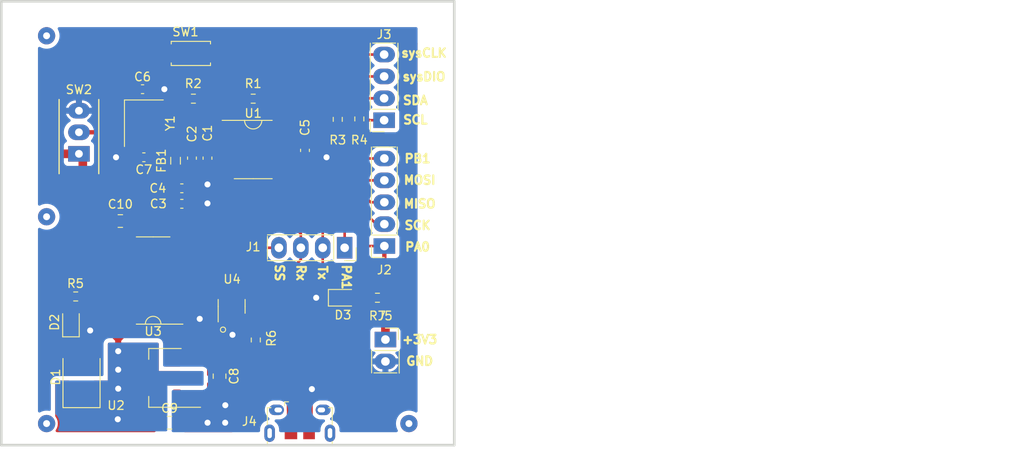
<source format=kicad_pcb>
(kicad_pcb (version 20211014) (generator pcbnew)
  (layers (0 "F.Cu" signal) (31 "B.Cu" mixed) (34 "B.Paste" user) (35 "F.Paste" user) (36 "B.SilkS" user "B.Silkscreen") (37 "F.SilkS" user "F.Silkscreen") (38 "B.Mask" user) (39 "F.Mask" user) (44 "Edge.Cuts" user))
  (net 0 "")
  (net 1 "+3.3VA")
  (net 2 "GND")
  (net 3 "+3V3")
  (net 4 "Net-(C6-Pad1)")
  (net 5 "Net-(C7-Pad1)")
  (net 6 "VCC")
  (net 7 "/NRST")
  (net 8 "Net-(D2-Pad2)")
  (net 9 "Net-(J2-Pad1)")
  (net 10 "Net-(J1-Pad1)")
  (net 11 "/TX")
  (net 12 "/RX")
  (net 13 "/SS")
  (net 14 "/SCK")
  (net 15 "/MISO")
  (net 16 "/MOSI")
  (net 17 "PB1")
  (net 18 "/I2C_SCL")
  (net 19 "/I2C_SDA")
  (net 20 "/SYS_SWDIO")
  (net 21 "/SYS_SWCLK")
  (net 22 "/USB_D-")
  (net 23 "/USB_D+")
  (net 26 "Net-(R2-Pad1)")
  (net 27 "Net-(R2-Pad2)")
  (net 36 "/CH_D+")
  (net 37 "/CH_D-")
  (net 38 "/DTR")
  (net 39 "Net-(D3-Pad2)")
  (footprint "Capacitor_SMD:C_0805_2012Metric" (layer "F.Cu") (at 142 103.9)
    (fp_text reference "C9" (at 0 -1.68) (layer "F.SilkS"))
    (fp_text value "22u")
    (pad "1" smd roundrect (at -0.95 0) (size 1 1.45) (layers "F.Cu" "F.Paste" "F.Mask") (net 3 "+3V3"))
    (pad "2" smd roundrect (at 0.95 0) (size 1 1.45) (layers "F.Cu" "F.Paste" "F.Mask") (net 2 "GND"))
  )
  (footprint "Connector_PinSocket_2.54mm:PinSocket_1x05_P2.54mm_Vertical" (layer "F.Cu") (at 166.9 83.4 180)
    (fp_text reference "J2" (at 0 -2.77) (layer "F.SilkS"))
    (fp_text value "Conn_01x05_Female")
    (pad "1" thru_hole rect (at 0 0 180) (size 2.5 1.8) (drill 1) (layers *.Cu *.Mask) (net 9 "Net-(J2-Pad1)"))
    (pad "2" thru_hole oval (at 0 2.54 180) (size 2.5 1.8) (drill 1) (layers *.Cu *.Mask) (net 14 "/SCK"))
    (pad "3" thru_hole oval (at 0 5.08 180) (size 2.5 1.8) (drill 1) (layers *.Cu *.Mask) (net 15 "/MISO"))
    (pad "4" thru_hole oval (at 0 7.62 180) (size 2.5 1.8) (drill 1) (layers *.Cu *.Mask) (net 16 "/MOSI"))
    (pad "5" thru_hole oval (at 0 10.16 180) (size 2.5 1.8) (drill 1) (layers *.Cu *.Mask) (net 17 "PB1"))
  )
  (footprint "Resistor_SMD:R_0603_1608Metric" (layer "F.Cu") (at 161.5 68.7 90)
    (fp_text reference "R3" (at -2.4 0 180) (layer "F.SilkS"))
    (fp_text value "10k")
    (pad "1" smd roundrect (at -0.9 0 90) (size 0.8 0.95) (layers "F.Cu" "F.Paste" "F.Mask") (net 3 "+3V3"))
    (pad "2" smd roundrect (at 0.9 0 90) (size 0.8 0.95) (layers "F.Cu" "F.Paste" "F.Mask") (net 19 "/I2C_SDA"))
  )
  (footprint "Capacitor_SMD:C_0603_1608Metric" (layer "F.Cu") (at 144.6 73.2 -90)
    (fp_text reference "C2" (at -2.8 0 90) (layer "F.SilkS"))
    (fp_text value "1u")
    (pad "1" smd roundrect (at -0.775 0 270) (size 0.9 0.95) (layers "F.Cu" "F.Paste" "F.Mask") (net 1 "+3.3VA"))
    (pad "2" smd roundrect (at 0.775 0 270) (size 0.9 0.95) (layers "F.Cu" "F.Paste" "F.Mask") (net 2 "GND"))
  )
  (footprint "Connector_USB:USB_Micro-B_Amphenol_10118194_Horizontal" (layer "F.Cu") (at 157.1 103.815)
    (fp_text reference "J4" (at -5.85 -0.065) (layer "F.SilkS"))
    (fp_text value "USB_B_Micro")
    (pad "" thru_hole oval (at 3.5 1.3) (size 1.2 2) (drill oval 0.5 1.15) (layers *.Cu *.Mask))
    (pad "" thru_hole oval (at 2.5 -1.4) (size 1.7 1.2) (drill oval 0.85 0.55 (offset 0.2 0)) (layers *.Cu *.Mask))
    (pad "" thru_hole oval (at -2.5 -1.4) (size 1.7 1.2) (drill oval 0.85 0.55 (offset -0.2 0)) (layers *.Cu *.Mask))
    (pad "" thru_hole oval (at -3.5 1.3) (size 1.2 2) (drill oval 0.5 1.15) (layers *.Cu *.Mask))
    (pad "1" smd rect (at -1.3 -1.4) (size 0.4 1.35) (layers "F.Cu" "F.Paste" "F.Mask") (net 6 "VCC"))
    (pad "2" smd rect (at -0.65 -1.4) (size 0.4 1.35) (layers "F.Cu" "F.Paste" "F.Mask") (net 22 "/USB_D-"))
    (pad "3" smd rect (at 0 -1.4) (size 0.4 1.35) (layers "F.Cu" "F.Paste" "F.Mask") (net 23 "/USB_D+"))
    (pad "4" smd rect (at 0.65 -1.4) (size 0.4 1.35) (layers "F.Cu" "F.Paste" "F.Mask"))
    (pad "5" smd rect (at 1.3 -1.4) (size 0.4 1.35) (layers "F.Cu" "F.Paste" "F.Mask") (net 2 "GND"))
    (pad "6" thru_hole oval (at -2.5 -1.4) (size 1.7 1.2) (drill oval 0.85 0.55 (offset -0.2 0)) (layers *.Cu *.Mask))
    (pad "6" thru_hole oval (at 2.5 -1.4) (size 1.7 1.2) (drill oval 0.85 0.55 (offset 0.2 0)) (layers *.Cu *.Mask))
    (pad "6" smd rect (at 1.075 1.2625) (size 1.35 1.475) (layers "F.Cu" "F.Paste" "F.Mask"))
    (pad "6" smd rect (at -1.025 1.2625) (size 1.45 1.475) (layers "F.Cu" "F.Paste" "F.Mask"))
    (pad "6" thru_hole oval (at 3.5 1.3) (size 0.89 1.55) (drill oval 0.5 1.15) (layers *.Cu *.Mask))
    (pad "6" thru_hole oval (at -3.5 1.3) (size 1.2 2) (drill oval 0.5 1.15) (layers *.Cu *.Mask))
  )
  (footprint "LED_SMD:LED_0805_2012Metric" (layer "F.Cu") (at 162.1 89.4)
    (fp_text reference "D3" (at 0 2) (layer "F.SilkS"))
    (fp_text value "LED")
    (pad "1" smd roundrect (at -0.9375 0) (size 0.975 1.4) (layers "F.Cu" "F.Paste" "F.Mask") (net 2 "GND"))
    (pad "2" smd roundrect (at 0.9375 0) (size 0.975 1.4) (layers "F.Cu" "F.Paste" "F.Mask") (net 39 "Net-(D3-Pad2)"))
  )
  (footprint "Button_Switch_THT:SW_CuK_OS102011MA1QN1_SPDT_Angled" (layer "F.Cu") (at 131.5 72.7 90)
    (fp_text reference "SW2" (at 7.45 0) (layer "F.SilkS"))
    (fp_text value "SW_SPDT")
    (pad "1" thru_hole rect (at 0 0 90) (size 1.8 2.5) (drill 0.9) (layers *.Cu *.Mask) (net 3 "+3V3"))
    (pad "2" thru_hole oval (at 2.5 0 90) (size 1.8 2.5) (drill 0.9) (layers *.Cu *.Mask) (net 26 "Net-(R2-Pad1)"))
    (pad "3" thru_hole oval (at 5 0 90) (size 1.8 2.5) (drill 0.9) (layers *.Cu *.Mask) (net 2 "GND"))
  )
  (footprint "Capacitor_SMD:C_0603_1608Metric" (layer "F.Cu") (at 146.4 73.2 -90)
    (fp_text reference "C1" (at -2.9 0 90) (layer "F.SilkS"))
    (fp_text value "10n")
    (pad "1" smd roundrect (at -0.775 0 270) (size 0.9 0.95) (layers "F.Cu" "F.Paste" "F.Mask") (net 1 "+3.3VA"))
    (pad "2" smd roundrect (at 0.775 0 270) (size 0.9 0.95) (layers "F.Cu" "F.Paste" "F.Mask") (net 2 "GND"))
  )
  (footprint "LED_SMD:LED_0805_2012Metric" (layer "F.Cu") (at 130.575 92.25 90)
    (fp_text reference "D2" (at 0 -1.9 90) (layer "F.SilkS"))
    (fp_text value "LED")
    (pad "1" smd roundrect (at -0.9375 0 90) (size 0.975 1.4) (layers "F.Cu" "F.Paste" "F.Mask") (net 2 "GND"))
    (pad "2" smd roundrect (at 0.9375 0 90) (size 0.975 1.4) (layers "F.Cu" "F.Paste" "F.Mask") (net 8 "Net-(D2-Pad2)"))
  )
  (footprint "Resistor_SMD:R_0603_1608Metric" (layer "F.Cu") (at 152 94.3 -90)
    (fp_text reference "R6" (at -0.2 -1.8 -270) (layer "F.SilkS"))
    (fp_text value "1k5")
    (pad "1" smd roundrect (at -0.825 0 270) (size 0.8 0.95) (layers "F.Cu" "F.Paste" "F.Mask") (net 3 "+3V3"))
    (pad "2" smd roundrect (at 0.825 0 270) (size 0.8 0.95) (layers "F.Cu" "F.Paste" "F.Mask") (net 23 "/USB_D+"))
  )
  (footprint "Button_Switch_SMD:SW_SPST_B3U-1000P" (layer "F.Cu") (at 144.25 61.05)
    (fp_text reference "SW1" (at -0.4 -2.5) (layer "F.SilkS"))
    (fp_text value "SW_Push")
    (pad "1" smd rect (at -2.1 0) (size 1 2) (layers "F.Cu" "F.Paste" "F.Mask") (net 2 "GND"))
    (pad "2" smd rect (at 2.1 0) (size 1 2) (layers "F.Cu" "F.Paste" "F.Mask") (net 7 "/NRST"))
  )
  (footprint "Connector_PinSocket_2.54mm:PinSocket_1x04_P2.54mm_Vertical" (layer "F.Cu") (at 162.3 83.6 -90)
    (fp_text reference "J1" (at -0.1 10.6 180) (layer "F.SilkS"))
    (fp_text value "Conn_01x04_Female")
    (pad "1" thru_hole rect (at 0 0 270) (size 2.5 1.8) (drill 1) (layers *.Cu *.Mask) (net 10 "Net-(J1-Pad1)"))
    (pad "2" thru_hole oval (at 0 2.54 270) (size 2.5 1.8) (drill 1) (layers *.Cu *.Mask) (net 11 "/TX"))
    (pad "3" thru_hole oval (at 0 5.08 270) (size 2.5 1.8) (drill 1) (layers *.Cu *.Mask) (net 12 "/RX"))
    (pad "4" thru_hole oval (at 0 7.62 270) (size 2.5 1.8) (drill 1) (layers *.Cu *.Mask) (net 13 "/SS"))
  )
  (footprint "Package_TO_SOT_SMD:SOT-23-6" (layer "F.Cu") (at 149.2 90.4 90)
    (fp_text reference "U4" (at 3.15 0.05 180) (layer "F.SilkS"))
    (fp_text value "USBLC6-2SC6")
    (pad "1" smd roundrect (at -1.1375 -0.95 90) (size 1.325 0.6) (layers "F.Cu" "F.Paste" "F.Mask") (net 22 "/USB_D-"))
    (pad "2" smd roundrect (at -1.1375 0 90) (size 1.325 0.6) (layers "F.Cu" "F.Paste" "F.Mask") (net 2 "GND"))
    (pad "3" smd roundrect (at -1.1375 0.95 90) (size 1.325 0.6) (layers "F.Cu" "F.Paste" "F.Mask") (net 23 "/USB_D+"))
    (pad "4" smd roundrect (at 1.1375 0.95 90) (size 1.325 0.6) (layers "F.Cu" "F.Paste" "F.Mask") (net 36 "/CH_D+"))
    (pad "5" smd roundrect (at 1.1375 0 90) (size 1.325 0.6) (layers "F.Cu" "F.Paste" "F.Mask") (net 3 "+3V3"))
    (pad "6" smd roundrect (at 1.1375 -0.95 90) (size 1.325 0.6) (layers "F.Cu" "F.Paste" "F.Mask") (net 37 "/CH_D-"))
  )
  (footprint "Crystal:Crystal_SMD_3225-4Pin_3.2x2.5mm_HandSoldering" (layer "F.Cu") (at 139.025 69.15 -90)
    (fp_text reference "Y1" (at 0 -3.05 90) (layer "F.SilkS"))
    (fp_text value "32MHz")
    (pad "1" smd roundrect (at -1.5 1.175 270) (size 1.8 1.5) (layers "F.Cu" "F.Paste" "F.Mask") (roundrect_rratio 0) (chamfer_ratio 0.3) (chamfer top_right) (net 4 "Net-(C6-Pad1)"))
    (pad "2" smd rect (at 1.4 1.175 270) (size 1.8 1.5) (layers "F.Cu" "F.Paste" "F.Mask") (net 2 "GND"))
    (pad "3" smd rect (at 1.4 -1.05 270) (size 1.8 1.5) (layers "F.Cu" "F.Paste" "F.Mask") (net 5 "Net-(C7-Pad1)"))
    (pad "4" smd rect (at -1.4 -1.05 270) (size 1.8 1.5) (layers "F.Cu" "F.Paste" "F.Mask") (net 2 "GND"))
  )
  (footprint "Inductor_SMD:L_0805_2012Metric" (layer "F.Cu") (at 142.7 73.5 -90)
    (fp_text reference "FB1" (at 0 1.65 90) (layer "F.SilkS"))
    (fp_text value "100R")
    (pad "1" smd roundrect (at -1.0625 0 270) (size 0.875 1.2) (layers "F.Cu" "F.Paste" "F.Mask") (net 1 "+3.3VA"))
    (pad "2" smd roundrect (at 1.0625 0 270) (size 0.875 1.2) (layers "F.Cu" "F.Paste" "F.Mask") (net 3 "+3V3"))
  )
  (footprint "Connector_PinSocket_2.54mm:PinSocket_1x04_P2.54mm_Vertical" (layer "F.Cu") (at 166.875 68.8 180)
    (fp_text reference "J3" (at 0 9.95) (layer "F.SilkS"))
    (fp_text value "Conn_01x04_Female")
    (pad "1" thru_hole rect (at 0 0 180) (size 2.5 1.8) (drill 1) (layers *.Cu *.Mask) (net 18 "/I2C_SCL"))
    (pad "2" thru_hole oval (at 0 2.54 180) (size 2.5 1.8) (drill 1) (layers *.Cu *.Mask) (net 19 "/I2C_SDA"))
    (pad "3" thru_hole oval (at 0 5.08 180) (size 2.5 1.8) (drill 1) (layers *.Cu *.Mask) (net 20 "/SYS_SWDIO"))
    (pad "4" thru_hole oval (at 0 7.62 180) (size 2.5 1.8) (drill 1) (layers *.Cu *.Mask) (net 21 "/SYS_SWCLK"))
  )
  (footprint "Resistor_SMD:R_0603_1608Metric" (layer "F.Cu") (at 166.1 89.4 180)
    (fp_text reference "R7" (at 0 -2.1) (layer "F.SilkS"))
    (fp_text value "1k5")
    (pad "1" smd roundrect (at -0.825 0 180) (size 0.8 0.95) (layers "F.Cu" "F.Paste" "F.Mask") (net 9 "Net-(J2-Pad1)"))
    (pad "2" smd roundrect (at 0.825 0 180) (size 0.8 0.95) (layers "F.Cu" "F.Paste" "F.Mask") (net 39 "Net-(D3-Pad2)"))
  )
  (footprint "Capacitor_SMD:C_0603_1608Metric" (layer "F.Cu") (at 139.025 73.1 180)
    (fp_text reference "C7" (at 0 -1.43) (layer "F.SilkS"))
    (fp_text value "10p")
    (pad "1" smd roundrect (at -0.775 0 180) (size 0.9 0.95) (layers "F.Cu" "F.Paste" "F.Mask") (net 5 "Net-(C7-Pad1)"))
    (pad "2" smd roundrect (at 0.775 0 180) (size 0.9 0.95) (layers "F.Cu" "F.Paste" "F.Mask") (net 2 "GND"))
  )
  (footprint "Capacitor_SMD:C_0603_1608Metric" (layer "F.Cu") (at 157.7 72.3 -90)
    (fp_text reference "C5" (at -2.65 0 90) (layer "F.SilkS"))
    (fp_text value "100n")
    (pad "1" smd roundrect (at -0.775 0 270) (size 0.9 0.95) (layers "F.Cu" "F.Paste" "F.Mask") (net 3 "+3V3"))
    (pad "2" smd roundrect (at 0.775 0 270) (size 0.9 0.95) (layers "F.Cu" "F.Paste" "F.Mask") (net 2 "GND"))
  )
  (footprint "Capacitor_SMD:C_0603_1608Metric" (layer "F.Cu") (at 143.425 76.7)
    (fp_text reference "C4" (at -2.775 0) (layer "F.SilkS"))
    (fp_text value "4.7u")
    (pad "1" smd roundrect (at -0.775 0) (size 0.9 0.95) (layers "F.Cu" "F.Paste" "F.Mask") (net 3 "+3V3"))
    (pad "2" smd roundrect (at 0.775 0) (size 0.9 0.95) (layers "F.Cu" "F.Paste" "F.Mask") (net 2 "GND"))
  )
  (footprint "Resistor_SMD:R_0603_1608Metric" (layer "F.Cu") (at 164 68.65 90)
    (fp_text reference "R4" (at -2.45 0) (layer "F.SilkS"))
    (fp_text value "10k")
    (pad "1" smd roundrect (at -0.825 0 90) (size 0.8 0.95) (layers "F.Cu" "F.Paste" "F.Mask") (net 3 "+3V3"))
    (pad "2" smd roundrect (at 0.825 0 90) (size 0.8 0.95) (layers "F.Cu" "F.Paste" "F.Mask") (net 18 "/I2C_SCL"))
  )
  (footprint "Package_TO_SOT_SMD:SOT-223-3_TabPin2" (layer "F.Cu") (at 141.5 98.7 180)
    (fp_text reference "U2" (at 5.7 -3.2) (layer "F.SilkS"))
    (fp_text value "AMS1117-3.3")
    (pad "1" smd rect locked (at -3.15 -2.3 180) (size 2 1.5) (layers "F.Cu" "F.Paste" "F.Mask") (net 2 "GND"))
    (pad "2" smd rect locked (at -3.15 0 180) (size 2 1.5) (layers "F.Cu" "F.Paste" "F.Mask") (net 3 "+3V3"))
    (pad "2" smd rect locked (at 3.15 0 180) (size 2 3.8) (layers "F.Cu" "F.Paste" "F.Mask") (net 3 "+3V3"))
    (pad "3" smd rect locked (at -3.15 2.3 180) (size 2 1.5) (layers "F.Cu" "F.Paste" "F.Mask") (net 6 "VCC"))
  )
  (footprint "Capacitor_SMD:C_0603_1608Metric" (layer "F.Cu") (at 138.875 65.2)
    (fp_text reference "C6" (at 0 -1.43) (layer "F.SilkS"))
    (fp_text value "10p")
    (pad "1" smd roundrect (at -0.775 0) (size 0.9 0.95) (layers "F.Cu" "F.Paste" "F.Mask") (net 4 "Net-(C6-Pad1)"))
    (pad "2" smd roundrect (at 0.775 0) (size 0.9 0.95) (layers "F.Cu" "F.Paste" "F.Mask") (net 2 "GND"))
  )
  (footprint "Package_SO:SOIC-16_3.9x9.9mm_P1.27mm" (layer "F.Cu") (at 140.1 87.4 180)
    (fp_text reference "U3" (at 0 -5.9) (layer "F.SilkS"))
    (fp_text value "CH340C")
    (pad "1" smd roundrect (at -2.475 -4.445 180) (size 1.95 0.6) (layers "F.Cu" "F.Paste" "F.Mask") (net 2 "GND"))
    (pad "2" smd roundrect (at -2.475 -3.175 180) (size 1.95 0.6) (layers "F.Cu" "F.Paste" "F.Mask") (net 12 "/RX"))
    (pad "3" smd roundrect (at -2.475 -1.905 180) (size 1.95 0.6) (layers "F.Cu" "F.Paste" "F.Mask") (net 11 "/TX"))
    (pad "4" smd roundrect (at -2.475 -0.635 180) (size 1.95 0.6) (layers "F.Cu" "F.Paste" "F.Mask") (net 3 "+3V3"))
    (pad "5" smd roundrect (at -2.475 0.635 180) (size 1.95 0.6) (layers "F.Cu" "F.Paste" "F.Mask") (net 36 "/CH_D+"))
    (pad "6" smd roundrect (at -2.475 1.905 180) (size 1.95 0.6) (layers "F.Cu" "F.Paste" "F.Mask") (net 37 "/CH_D-"))
    (pad "7" smd roundrect (at -2.475 3.175 180) (size 1.95 0.6) (layers "F.Cu" "F.Paste" "F.Mask"))
    (pad "8" smd roundrect (at -2.475 4.445 180) (size 1.95 0.6) (layers "F.Cu" "F.Paste" "F.Mask"))
    (pad "9" smd roundrect (at 2.475 4.445 180) (size 1.95 0.6) (layers "F.Cu" "F.Paste" "F.Mask"))
    (pad "10" smd roundrect (at 2.475 3.175 180) (size 1.95 0.6) (layers "F.Cu" "F.Paste" "F.Mask"))
    (pad "11" smd roundrect (at 2.475 1.905 180) (size 1.95 0.6) (layers "F.Cu" "F.Paste" "F.Mask"))
    (pad "12" smd roundrect (at 2.475 0.635 180) (size 1.95 0.6) (layers "F.Cu" "F.Paste" "F.Mask"))
    (pad "13" smd roundrect (at 2.475 -0.635 180) (size 1.95 0.6) (layers "F.Cu" "F.Paste" "F.Mask") (net 38 "/DTR"))
    (pad "14" smd roundrect (at 2.475 -1.905 180) (size 1.95 0.6) (layers "F.Cu" "F.Paste" "F.Mask"))
    (pad "15" smd roundrect (at 2.475 -3.175 180) (size 1.95 0.6) (layers "F.Cu" "F.Paste" "F.Mask"))
    (pad "16" smd roundrect (at 2.475 -4.445 180) (size 1.95 0.6) (layers "F.Cu" "F.Paste" "F.Mask") (net 3 "+3V3"))
  )
  (footprint "Capacitor_SMD:C_0603_1608Metric" (layer "F.Cu") (at 143.425 78.5)
    (fp_text reference "C3" (at -2.725 0) (layer "F.SilkS"))
    (fp_text value "1u")
    (pad "1" smd roundrect (at -0.775 0) (size 0.9 0.95) (layers "F.Cu" "F.Paste" "F.Mask") (net 3 "+3V3"))
    (pad "2" smd roundrect (at 0.775 0) (size 0.9 0.95) (layers "F.Cu" "F.Paste" "F.Mask") (net 2 "GND"))
  )
  (footprint "Capacitor_SMD:C_0805_2012Metric" (layer "F.Cu") (at 136.3 80.5 180)
    (fp_text reference "C10" (at 0 1.95) (layer "F.SilkS"))
    (fp_text value "47n")
    (pad "1" smd roundrect (at -0.95 0 180) (size 1 1.45) (layers "F.Cu" "F.Paste" "F.Mask") (net 7 "/NRST"))
    (pad "2" smd roundrect (at 0.95 0 180) (size 1 1.45) (layers "F.Cu" "F.Paste" "F.Mask") (net 38 "/DTR"))
  )
  (footprint "Resistor_SMD:R_0603_1608Metric" (layer "F.Cu") (at 151.7 66.3 180)
    (fp_text reference "R1" (at 0 1.75) (layer "F.SilkS"))
    (fp_text value "10k")
    (pad "1" smd roundrect (at -0.825 0 180) (size 0.8 0.95) (layers "F.Cu" "F.Paste" "F.Mask") (net 3 "+3V3"))
    (pad "2" smd roundrect (at 0.825 0 180) (size 0.8 0.95) (layers "F.Cu" "F.Paste" "F.Mask") (net 7 "/NRST"))
  )
  (footprint "Capacitor_SMD:C_0805_2012Metric" (layer "F.Cu") (at 147.8 98.5 -90)
    (fp_text reference "C8" (at 0 -1.68 -90) (layer "F.SilkS"))
    (fp_text value "22u")
    (pad "1" smd roundrect (at -0.95 0 270) (size 1 1.45) (layers "F.Cu" "F.Paste" "F.Mask") (net 6 "VCC"))
    (pad "2" smd roundrect (at 0.95 0 270) (size 1 1.45) (layers "F.Cu" "F.Paste" "F.Mask") (net 2 "GND"))
  )
  (footprint "Diode_SMD:D_SMB" (layer "F.Cu") (at 131.8 98.6 90)
    (fp_text reference "D1" (at 0 -3 90) (layer "F.SilkS"))
    (fp_text value "SMAJ5.0A")
    (pad "1" smd rect (at -2.15 0 90) (size 2.5 2.3) (layers "F.Cu" "F.Paste" "F.Mask") (net 3 "+3V3"))
    (pad "2" smd rect (at 2.15 0 90) (size 2.5 2.3) (layers "F.Cu" "F.Paste" "F.Mask") (net 2 "GND"))
  )
  (footprint "Resistor_SMD:R_0603_1608Metric" (layer "F.Cu") (at 131.125 89.25 180)
    (fp_text reference "R5" (at 0.025 1.5) (layer "F.SilkS"))
    (fp_text value "1k5")
    (pad "1" smd roundrect (at -0.825 0 180) (size 0.8 0.95) (layers "F.Cu" "F.Paste" "F.Mask") (net 3 "+3V3"))
    (pad "2" smd roundrect (at 0.825 0 180) (size 0.8 0.95) (layers "F.Cu" "F.Paste" "F.Mask") (net 8 "Net-(D2-Pad2)"))
  )
  (footprint "Connector_PinSocket_2.54mm:PinSocket_1x02_P2.54mm_Vertical" (layer "F.Cu") (at 167.025 94.25)
    (fp_text reference "J5" (at -0.025 -2.75) (layer "F.SilkS"))
    (fp_text value "Conn_01x02_Female")
    (pad "1" thru_hole rect (at 0 0) (size 2.5 1.8) (drill 1) (layers *.Cu *.Mask) (net 3 "+3V3"))
    (pad "2" thru_hole oval (at 0 2.54) (size 2.5 1.8) (drill 1) (layers *.Cu *.Mask) (net 2 "GND"))
  )
  (footprint "Resistor_SMD:R_0603_1608Metric" (layer "F.Cu") (at 144.76739 66.3)
    (fp_text reference "R2" (at -0.01739 -1.75) (layer "F.SilkS"))
    (fp_text value "1k")
    (pad "1" smd roundrect (at -0.825 0) (size 0.8 0.95) (layers "F.Cu" "F.Paste" "F.Mask") (net 26 "Net-(R2-Pad1)"))
    (pad "2" smd roundrect (at 0.825 0) (size 0.8 0.95) (layers "F.Cu" "F.Paste" "F.Mask") (net 27 "Net-(R2-Pad2)"))
  )
  (footprint "Package_SO:TSSOP-20_4.4x6.5mm_P0.65mm" (layer "F.Cu") (at 151.7 72.2)
    (fp_text reference "U1" (at 0 -4.2) (layer "F.SilkS"))
    (fp_text value "STM32F030F4Px")
    (pad "1" smd roundrect (at -2.8625 -2.925) (size 1.475 0.4) (layers "F.Cu" "F.Paste" "F.Mask") (roundrect_rratio 0.2) (chamfer_ratio 0.5) (chamfer top_left) (net 27 "Net-(R2-Pad2)"))
    (pad "2" smd roundrect (at -2.8625 -2.275) (size 1.475 0.4) (layers "F.Cu" "F.Paste" "F.Mask") (net 4 "Net-(C6-Pad1)"))
    (pad "3" smd roundrect (at -2.8625 -1.625) (size 1.475 0.4) (layers "F.Cu" "F.Paste" "F.Mask") (net 5 "Net-(C7-Pad1)"))
    (pad "4" smd roundrect (at -2.8625 -0.975) (size 1.475 0.4) (layers "F.Cu" "F.Paste" "F.Mask") (net 7 "/NRST"))
    (pad "5" smd roundrect (at -2.8625 -0.325) (size 1.475 0.4) (layers "F.Cu" "F.Paste" "F.Mask") (net 1 "+3.3VA"))
    (pad "6" smd roundrect (at -2.8625 0.325) (size 1.475 0.4) (layers "F.Cu" "F.Paste" "F.Mask") (net 9 "Net-(J2-Pad1)"))
    (pad "7" smd roundrect (at -2.8625 0.975) (size 1.475 0.4) (layers "F.Cu" "F.Paste" "F.Mask") (net 10 "Net-(J1-Pad1)"))
    (pad "8" smd roundrect (at -2.8625 1.625) (size 1.475 0.4) (layers "F.Cu" "F.Paste" "F.Mask") (net 11 "/TX"))
    (pad "9" smd roundrect (at -2.8625 2.275) (size 1.475 0.4) (layers "F.Cu" "F.Paste" "F.Mask") (net 12 "/RX"))
    (pad "10" smd roundrect (at -2.8625 2.925) (size 1.475 0.4) (layers "F.Cu" "F.Paste" "F.Mask") (net 13 "/SS"))
    (pad "11" smd roundrect (at 2.8625 2.925) (size 1.475 0.4) (layers "F.Cu" "F.Paste" "F.Mask") (net 14 "/SCK"))
    (pad "12" smd roundrect (at 2.8625 2.275) (size 1.475 0.4) (layers "F.Cu" "F.Paste" "F.Mask") (net 15 "/MISO"))
    (pad "13" smd roundrect (at 2.8625 1.625) (size 1.475 0.4) (layers "F.Cu" "F.Paste" "F.Mask") (net 16 "/MOSI"))
    (pad "14" smd roundrect (at 2.8625 0.975) (size 1.475 0.4) (layers "F.Cu" "F.Paste" "F.Mask") (net 17 "PB1"))
    (pad "15" smd roundrect (at 2.8625 0.325) (size 1.475 0.4) (layers "F.Cu" "F.Paste" "F.Mask") (net 2 "GND"))
    (pad "16" smd roundrect (at 2.8625 -0.325) (size 1.475 0.4) (layers "F.Cu" "F.Paste" "F.Mask") (net 3 "+3V3"))
    (pad "17" smd roundrect (at 2.8625 -0.975) (size 1.475 0.4) (layers "F.Cu" "F.Paste" "F.Mask") (net 18 "/I2C_SCL"))
    (pad "18" smd roundrect (at 2.8625 -1.625) (size 1.475 0.4) (layers "F.Cu" "F.Paste" "F.Mask") (net 19 "/I2C_SDA"))
    (pad "19" smd roundrect (at 2.8625 -2.275) (size 1.475 0.4) (layers "F.Cu" "F.Paste" "F.Mask") (net 20 "/SYS_SWDIO"))
    (pad "20" smd roundrect (at 2.8625 -2.925) (size 1.475 0.4) (layers "F.Cu" "F.Paste" "F.Mask") (net 21 "/SYS_SWCLK"))
  )
  (gr_line (start 122.5 54.999999) (end 122.5 106.5) (layer "Edge.Cuts") (width 0.3))
  (gr_line (start 175 54.999999) (end 122.5 54.999999) (layer "Edge.Cuts") (width 0.3))
  (gr_line (start 122.5 106.5) (end 175 106.5) (layer "Edge.Cuts") (width 0.3))
  (gr_line (start 175 106.5) (end 175 54.999999) (layer "Edge.Cuts") (width 0.3))
  (gr_text "(0)^(0)" (at 167 100.25) (layer "F.Cu") (effects (font (size 1.3 1.5) (thickness 0.3))))
  (gr_text "STM32\nJNBG\n" (at 160.5 95) (layer "F.Cu") (effects (font (size 1.5 1.5) (thickness 0.3) italic)))
  (gr_text "MOSI" (at 171 75.75) (layer "F.SilkS") (effects (font (size 1 1) (thickness 0.25))))
  (gr_text "SS" (at 154.75 86.5 270) (layer "F.SilkS") (effects (font (size 1 1) (thickness 0.25))))
  (gr_text "SCK" (at 170.75 81) (layer "F.SilkS") (effects (font (size 1 1) (thickness 0.25))))
  (gr_text "Tx" (at 159.75 86.5 270) (layer "F.SilkS") (effects (font (size 1 1) (thickness 0.25))))
  (gr_text "SCL" (at 170.5 68.75) (layer "F.SilkS") (effects (font (size 1 1) (thickness 0.25))))
  (gr_text "MISO" (at 171 78.5) (layer "F.SilkS") (effects (font (size 1 1) (thickness 0.25))))
  (gr_text "PA0" (at 170.75 83.5) (layer "F.SilkS") (effects (font (size 1 1) (thickness 0.25))))
  (gr_text "+3V3\n" (at 171 94.25) (layer "F.SilkS") (effects (font (size 1 1) (thickness 0.25))))
  (gr_text "sysCLK\n" (at 171.5 61) (layer "F.SilkS") (effects (font (size 1 1) (thickness 0.25))))
  (gr_text "SDA" (at 170.5 66.5) (layer "F.SilkS") (effects (font (size 1 1) (thickness 0.25))))
  (gr_text "GND\n" (at 171 96.75) (layer "F.SilkS") (effects (font (size 1 1) (thickness 0.25))))
  (gr_text "Rx" (at 157.25 86.5 270) (layer "F.SilkS") (effects (font (size 1 1) (thickness 0.25))))
  (gr_text "PA1" (at 162.5 87 270) (layer "F.SilkS") (effects (font (size 1 1) (thickness 0.25))))
  (gr_text "sysDIO" (at 171.5 63.75) (layer "F.SilkS") (effects (font (size 1 1) (thickness 0.25))))
  (gr_text "PB1" (at 170.75 73.25) (layer "F.SilkS") (effects (font (size 1 1) (thickness 0.25))))
  (via (at 127.75 104) (size 2) (drill 0.8) (layers "F.Cu" "B.Cu") (net 0))
  (via (at 169.75 104) (size 2) (drill 0.8) (layers "F.Cu" "B.Cu") (net 0))
  (via (at 127.75 80) (size 2) (drill 0.8) (layers "F.Cu" "B.Cu") (net 0))
  (via (at 127.75 59) (size 2) (drill 0.8) (layers "F.Cu" "B.Cu") (net 0))
  (segment (start 142.7 72.4375) (end 144.5875 72.4375) (width 0.5) (layer "F.Cu") (net 1))
  (segment (start 146.6 72.225) (end 146.95 71.875) (width 0.3) (layer "F.Cu") (net 1))
  (segment (start 146.95 71.875) (end 148.8375 71.875) (width 0.3) (layer "F.Cu") (net 1))
  (segment (start 144.8 72.425) (end 146.675 72.425) (width 0.3) (layer "F.Cu") (net 1))
  (segment (start 144.9875 72.4375) (end 145 72.425) (width 0.5) (layer "F.Cu") (net 1))
  (segment (start 138.25 73.1) (end 138.25 72.25) (width 0.4) (layer "F.Cu") (net 2))
  (segment (start 131.5 64.1) (end 131.5 67.7) (width 0.7) (layer "F.Cu") (net 2))
  (segment (start 161.1625 89.4) (end 159 89.4) (width 0.3) (layer "F.Cu") (net 2))
  (segment (start 146.4 73.975) (end 144.6 73.975) (width 0.5) (layer "F.Cu") (net 2))
  (segment (start 149.2 93.6) (end 149.2 91.5375) (width 0.4) (layer "F.Cu") (net 2))
  (segment (start 160.175 73.075) (end 157.2 73.075) (width 0.3) (layer "F.Cu") (net 2))
  (segment (start 144.2 76.7) (end 144.2 78.5) (width 0.4) (layer "F.Cu") (net 2))
  (segment (start 146.75 78.5) (end 146.8 78.45) (width 0.4) (layer "F.Cu") (net 2))
  (segment (start 158.5 100) (end 158.4 100.1) (width 0.3) (layer "F.Cu") (net 2))
  (segment (start 145.4505 91.9) (end 145.3 91.9) (width 0.4) (layer "F.Cu") (net 2))
  (segment (start 137.85 71.85) (end 137.85 70.65) (width 0.4) (layer "F.Cu") (net 2))
  (segment (start 156.65 72.525) (end 157.2 73.075) (width 0.3) (layer "F.Cu") (net 2))
  (segment (start 134.55 61.05) (end 131.5 64.1) (width 0.7) (layer "F.Cu") (net 2))
  (segment (start 138.25 73.1) (end 135.8 73.1) (width 0.4) (layer "F.Cu") (net 2))
  (segment (start 146.4 76.25) (end 146.4 73.975) (width 0.5) (layer "F.Cu") (net 2))
  (segment (start 154.5625 72.525) (end 156.65 72.525) (width 0.3) (layer "F.Cu") (net 2))
  (segment (start 144.6 78.5) (end 146.75 78.5) (width 0.4) (layer "F.Cu") (net 2))
  (segment (start 142.15 61.05) (end 134.55 61.05) (width 0.7) (layer "F.Cu") (net 2))
  (segment (start 139.65 67.1) (end 140.2 67.65) (width 0.4) (layer "F.Cu") (net 2))
  (segment (start 160.2 73.1) (end 160.175 73.075) (width 0.3) (layer "F.Cu") (net 2))
  (segment (start 139.65 65.2) (end 139.65 67.1) (width 0.4) (layer "F.Cu") (net 2))
  (segment (start 145.5005 91.85) (end 145.4955 91.845) (width 0.4) (layer "F.Cu") (net 2))
  (segment (start 145.5005 91.85) (end 145.4505 91.9) (width 0.4) (layer "F.Cu") (net 2))
  (segment (start 139.65 65.2) (end 141 65.2) (width 0.4) (layer "F.Cu") (net 2))
  (segment (start 138.25 72.25) (end 137.85 71.85) (width 0.4) (layer "F.Cu") (net 2))
  (segment (start 158.4 100.1) (end 158.4 102.415) (width 0.3) (layer "F.Cu") (net 2))
  (segment (start 145.4955 91.845) (end 143.275 91.845) (width 0.4) (layer "F.Cu") (net 2))
  (segment (start 149.3 93.7) (end 149.2 93.6) (width 0.4) (layer "F.Cu") (net 2))
  (via (at 149.3 93.7) (size 1.4) (drill 0.7) (layers "F.Cu" "B.Cu") (net 2))
  (via (at 148.46562 101.870923) (size 1.5) (drill 0.7) (layers "F.Cu" "B.Cu") (net 2))
  (via (at 146.4 78.45) (size 1.4) (drill 0.7) (layers "F.Cu" "B.Cu") (net 2))
  (via (at 132.8 93.2) (size 1.5) (drill 0.7) (layers "F.Cu" "B.Cu") (net 2))
  (via (at 146.40838 103.9) (size 1.5) (drill 0.7) (layers "F.Cu" "B.Cu") (net 2))
  (via (at 141.4 65.2) (size 1.4) (drill 0.7) (layers "F.Cu" "B.Cu") (net 2))
  (via (at 146.4 76.25) (size 1.4) (drill 0.7) (layers "F.Cu" "B.Cu") (net 2))
  (via (at 158.5 100) (size 1.5) (drill 0.7) (layers "F.Cu" "B.Cu") (net 2))
  (via (at 160.2 73.1) (size 1.4) (drill 0.7) (layers "F.Cu" "B.Cu") (net 2))
  (via (at 148.45 103.9) (size 1.5) (drill 0.7) (layers "F.Cu" "B.Cu") (net 2))
  (via (at 145.5005 91.85) (size 1.5) (drill 0.7) (layers "F.Cu" "B.Cu") (net 2))
  (via (at 135.8 73.1) (size 1.4) (drill 0.7) (layers "F.Cu" "B.Cu") (net 2))
  (via (at 159 89.4) (size 1.5) (drill 0.7) (layers "F.Cu" "B.Cu") (net 2))
  (segment (start 152.25 88.5) (end 155 88.5) (width 1) (layer "F.Cu") (net 3))
  (segment (start 157.2 71.525) (end 158.675 71.525) (width 0.5) (layer "F.Cu") (net 3))
  (segment (start 155 88.5) (end 158.3 91.8) (width 1) (layer "F.Cu") (net 3))
  (segment (start 170.25 69.5) (end 170.25 59.9) (width 1) (layer "F.Cu") (net 3))
  (segment (start 131.95 89.25) (end 131.95 73.15) (width 1) (layer "F.Cu") (net 3))
  (segment (start 157.6 71.525) (end 157.2 71.525) (width 0.3) (layer "F.Cu") (net 3))
  (segment (start 138.855 91.845) (end 138.325 91.845) (width 0.4) (layer "F.Cu") (net 3))
  (segment (start 149.2 87.95) (end 149.55 87.6) (width 0.7) (layer "F.Cu") (net 3))
  (segment (start 161.6 69.5) (end 161.5 69.6) (width 0.5) (layer "F.Cu") (net 3))
  (segment (start 136.05 94.25) (end 136.775 93.525) (width 0.7) (layer "F.Cu") (net 3))
  (segment (start 142.7 74.5625) (end 142.7 76.65) (width 0.5) (layer "F.Cu") (net 3))
  (segment (start 170 71.75) (end 169 70.75) (width 1) (layer "F.Cu") (net 3))
  (segment (start 129.45 72.7) (end 131.5 72.7) (width 1) (layer "F.Cu") (net 3))
  (segment (start 163.85 69.55) (end 163.8 69.5) (width 0.5) (layer "F.Cu") (net 3))
  (segment (start 139.3 80) (end 139.3 91.4) (width 0.4) (layer "F.Cu") (net 3))
  (segment (start 163.85 69.55) (end 164.15 69.55) (width 0.7) (layer "F.Cu") (net 3))
  (segment (start 156.85 71.875) (end 154.5625 71.875) (width 0.3) (layer "F.Cu") (net 3))
  (segment (start 158.675 71.525) (end 160.6 69.6) (width 0.5) (layer "F.Cu") (net 3))
  (segment (start 136.775 93.525) (end 136.775 92.695) (width 0.7) (layer "F.Cu") (net 3))
  (segment (start 149.2 89.2625) (end 149.2 87.95) (width 0.7) (layer "F.Cu") (net 3))
  (segment (start 154.5625 71.875) (end 153.075 71.875) (width 0.3) (layer "F.Cu") (net 3))
  (segment (start 167 91.8) (end 170 88.8) (width 1) (layer "F.Cu") (net 3))
  (segment (start 145.75 90.120291) (end 146.900011 91.270302) (width 0.7) (layer "F.Cu") (net 3))
  (segment (start 136.775 92.695) (end 137.625 91.845) (width 0.7) (layer "F.Cu") (net 3))
  (segment (start 139.3 91.4) (end 138.855 91.845) (width 0.4) (layer "F.Cu") (net 3))
  (segment (start 136.05 95.6) (end 136.05 94.25) (width 0.7) (layer "F.Cu") (net 3))
  (segment (start 164.15 69.55) (end 165.4 70.8) (width 0.7) (layer "F.Cu") (net 3))
  (segment (start 128.5 63.25) (end 128.5 71.75) (width 1) (layer "F.Cu") (net 3))
  (segment (start 133.85 89.25) (end 131.95 89.25) (width 0.7) (layer "F.Cu") (net 3))
  (segment (start 169 58.65) (end 133.1 58.65) (width 1) (layer "F.Cu") (net 3))
  (segment (start 157.2 71.525) (end 156.85 71.875) (width 0.3) (layer "F.Cu") (net 3))
  (segment (start 167 91.8) (end 167.025 91.825) (width 1) (layer "F.Cu") (net 3))
  (segment (start 170 88.8) (end 170 71.75) (width 1) (layer "F.Cu") (net 3))
  (segment (start 169 70.75) (end 170.25 69.5) (width 1) (layer "F.Cu") (net 3))
  (segment (start 142.65 76.7) (end 142.65 78.5) (width 0.4) (layer "F.Cu") (net 3))
  (segment (start 163.8 69.5) (end 161.6 69.5) (width 0.5) (layer "F.Cu") (net 3))
  (segment (start 170.25 59.9) (end 169 58.65) (width 1) (layer "F.Cu") (net 3))
  (segment (start 151.35 87.6) (end 152 88.25) (width 0.7) (layer "F.Cu") (net 3))
  (segment (start 146.3 93.525) (end 146.225 93.525) (width 0.5) (layer "F.Cu") (net 3))
  (segment (start 146.900011 91.270302) (end 146.900011 92.924989) (width 0.7) (layer "F.Cu") (net 3))
  (segment (start 136.05 94.25) (end 134.7 92.9) (width 0.7) (layer "F.Cu") (net 3))
  (segment (start 165.4 70.8) (end 168.8 70.8) (width 0.7) (layer "F.Cu") (net 3))
  (segment (start 160.6 69.6) (end 161.5 69.6) (width 0.5) (layer "F.Cu") (net 3))
  (segment (start 167.025 91.825) (end 167.025 94.25) (width 1) (layer "F.Cu") (net 3))
  (segment (start 143.275 88.035) (end 144.75 88.035) (width 0.6) (layer "F.Cu") (net 3))
  (segment (start 158.3 91.8) (end 167 91.8) (width 1) (layer "F.Cu") (net 3))
  (segment (start 152 88.25) (end 152 93.475) (width 0.7) (layer "F.Cu") (net 3))
  (segment (start 149.55 87.6) (end 151.35 87.6) (width 0.7) (layer "F.Cu") (net 3))
  (segment (start 153.075 71.875) (end 152.525 71.325) (width 0.3) (layer "F.Cu") (net 3))
  (segment (start 138.95 93.45) (end 138.82 93.45) (width 0.5) (layer "F.Cu") (net 3))
  (segment (start 133.1 58.65) (end 128.5 63.25) (width 1) (layer "F.Cu") (net 3))
  (segment (start 140.8 78.5) (end 139.3 80) (width 0.4) (layer "F.Cu") (net 3))
  (segment (start 131.95 73.15) (end 131.5 72.7) (width 1) (layer "F.Cu") (net 3))
  (segment (start 142.65 78.5) (end 140.8 78.5) (width 0.4) (layer "F.Cu") (net 3))
  (segment (start 134.7 90.1) (end 133.85 89.25) (width 0.7) (layer "F.Cu") (net 3))
  (segment (start 136.775 93.525) (end 146.225 93.525) (width 0.7) (layer "F.Cu") (net 3))
  (segment (start 145.75 89.035) (end 145.75 90.120291) (width 0.7) (layer "F.Cu") (net 3))
  (segment (start 146.900011 92.924989) (end 146.3 93.525) (width 0.7) (layer "F.Cu") (net 3))
  (segment (start 134.7 92.9) (end 134.7 90.1) (width 0.7) (layer "F.Cu") (net 3))
  (segment (start 144.75 88.035) (end 145.75 89.035) (width 0.7) (layer "F.Cu") (net 3))
  (segment (start 128.5 71.75) (end 129.45 72.7) (width 1) (layer "F.Cu") (net 3))
  (segment (start 152.525 71.325) (end 152.525 66.3) (width 0.3) (layer "F.Cu") (net 3))
  (via (at 136.05 97.75) (size 1.5) (drill 0.7) (layers "F.Cu" "B.Cu") (net 3))
  (via (at 136 103.5) (size 1.5) (drill 0.7) (layers "F.Cu" "B.Cu") (net 3))
  (via (at 136.05 99.95) (size 1.5) (drill 0.7) (layers "F.Cu" "B.Cu") (net 3))
  (via (at 136.05 95.6) (size 1.5) (drill 0.7) (layers "F.Cu" "B.Cu") (net 3))
  (segment (start 138.1 65.2) (end 138.1 67.4) (width 0.4) (layer "F.Cu") (net 4))
  (segment (start 147.425 69.925) (end 147.625 69.925) (width 0.3) (layer "F.Cu") (net 4))
  (segment (start 139.074511 69.099511) (end 146.599511 69.099511) (width 0.3) (layer "F.Cu") (net 4))
  (segment (start 148.8375 69.925) (end 147.625 69.925) (width 0.3) (layer "F.Cu") (net 4))
  (segment (start 146.599511 69.099511) (end 147.425 69.925) (width 0.3) (layer "F.Cu") (net 4))
  (segment (start 138.1 67.4) (end 137.85 67.65) (width 0.4) (layer "F.Cu") (net 4))
  (segment (start 137.85 67.65) (end 137.85 67.875) (width 0.3) (layer "F.Cu") (net 4))
  (segment (start 137.85 67.875) (end 139.074511 69.099511) (width 0.3) (layer "F.Cu") (net 4))
  (segment (start 148.8375 70.575) (end 140.275 70.575) (width 0.3) (layer "F.Cu") (net 5))
  (segment (start 140.2 71.9) (end 140.2 70.65) (width 0.4) (layer "F.Cu") (net 5))
  (segment (start 139.8 72.3) (end 140.2 71.9) (width 0.4) (layer "F.Cu") (net 5))
  (segment (start 139.8 73.1) (end 139.8 72.3) (width 0.4) (layer "F.Cu") (net 5))
  (segment (start 140.2 70.65) (end 140.32548 70.52452) (width 0.3) (layer "F.Cu") (net 5))
  (segment (start 140.275 70.575) (end 140.2 70.65) (width 0.3) (layer "F.Cu") (net 5))
  (segment (start 155.8 99.1) (end 155.7 99) (width 0.3) (layer "F.Cu") (net 6))
  (segment (start 155.8 102.415) (end 155.8 99.1) (width 0.3) (layer "F.Cu") (net 6))
  (segment (start 150.875 66.3) (end 150.875 62.175) (width 0.3) (layer "F.Cu") (net 7))
  (segment (start 141 74.8) (end 137.25 78.55) (width 0.3) (layer "F.Cu") (net 7))
  (segment (start 150.875 70.625) (end 150.875 66.3) (width 0.3) (layer "F.Cu") (net 7))
  (segment (start 148.8375 71.225) (end 141.975 71.225) (width 0.3) (layer "F.Cu") (net 7))
  (segment (start 149.75 61.05) (end 146.25 61.05) (width 0.3) (layer "F.Cu") (net 7))
  (segment (start 141 72.2) (end 141 74.8) (width 0.3) (layer "F.Cu") (net 7))
  (segment (start 137.25 78.55) (end 137.25 79.9) (width 0.3) (layer "F.Cu") (net 7))
  (segment (start 150.875 62.175) (end 149.75 61.05) (width 0.3) (layer "F.Cu") (net 7))
  (segment (start 150.275 71.225) (end 150.875 70.625) (width 0.3) (layer "F.Cu") (net 7))
  (segment (start 141.975 71.225) (end 141 72.2) (width 0.3) (layer "F.Cu") (net 7))
  (segment (start 148.8375 71.225) (end 150.275 71.225) (width 0.3) (layer "F.Cu") (net 7))
  (segment (start 130.3 91.0375) (end 130.575 91.3125) (width 0.4) (layer "F.Cu") (net 8))
  (segment (start 130.3 89.5) (end 130.3 91.0375) (width 0.4) (layer "F.Cu") (net 8))
  (segment (start 164.5 82.9) (end 165 83.4) (width 0.3) (layer "F.Cu") (net 9))
  (segment (start 148.8375 72.525) (end 152.025 72.525) (width 0.3) (layer "F.Cu") (net 9))
  (segment (start 152.95 73.45) (end 152.95 76.05) (width 0.3) (layer "F.Cu") (net 9))
  (segment (start 152.95 76.05) (end 155.3 78.4) (width 0.3) (layer "F.Cu") (net 9))
  (segment (start 155.3 78.4) (end 161.5 78.4) (width 0.3) (layer "F.Cu") (net 9))
  (segment (start 161.5 78.4) (end 164.5 81.4) (width 0.3) (layer "F.Cu") (net 9))
  (segment (start 152.025 72.525) (end 152.95 73.45) (width 0.3) (layer "F.Cu") (net 9))
  (segment (start 166.9 83.4) (end 166.9 89.375) (width 0.5) (layer "F.Cu") (net 9))
  (segment (start 164.5 81.4) (end 164.5 82.9) (width 0.3) (layer "F.Cu") (net 9))
  (segment (start 165 83.4) (end 166.9 83.4) (width 0.3) (layer "F.Cu") (net 9))
  (segment (start 166.9 89.375) (end 166.925 89.4) (width 0.3) (layer "F.Cu") (net 9))
  (segment (start 160.15 79.4) (end 154.4 79.4) (width 0.3) (layer "F.Cu") (net 10))
  (segment (start 152.1 74.2) (end 151.075 73.175) (width 0.3) (layer "F.Cu") (net 10))
  (segment (start 162.3 81.55) (end 160.15 79.4) (width 0.3) (layer "F.Cu") (net 10))
  (segment (start 152.1 77.1) (end 152.1 74.2) (width 0.3) (layer "F.Cu") (net 10))
  (segment (start 162.3 83.6) (end 162.3 81.55) (width 0.3) (layer "F.Cu") (net 10))
  (segment (start 151.075 73.175) (end 148.8375 73.175) (width 0.3) (layer "F.Cu") (net 10))
  (segment (start 154.4 79.4) (end 152.1 77.1) (width 0.3) (layer "F.Cu") (net 10))
  (segment (start 158.8 80.4) (end 159.76 81.36) (width 0.3) (layer "F.Cu") (net 11))
  (segment (start 159.76 83.6) (end 159.76 85.44) (width 0.3) (layer "F.Cu") (net 11))
  (segment (start 151.25 78) (end 153.65 80.4) (width 0.3) (layer "F.Cu") (net 11))
  (segment (start 153.65 80.4) (end 158.8 80.4) (width 0.3) (layer "F.Cu") (net 11))
  (segment (start 141.64785 81.9) (end 140.8 82.74785) (width 0.3) (layer "F.Cu") (net 11))
  (segment (start 150.325 73.825) (end 151.25 74.75) (width 0.3) (layer "F.Cu") (net 11))
  (segment (start 140.8 82.74785) (end 140.8 88.8) (width 0.3) (layer "F.Cu") (net 11))
  (segment (start 158.5 86.7) (end 149.5 86.7) (width 0.3) (layer "F.Cu") (net 11))
  (segment (start 143.275 89.305) (end 141.805 89.305) (width 0.3) (layer "F.Cu") (net 11))
  (segment (start 159.76 85.44) (end 158.5 86.7) (width 0.3) (layer "F.Cu") (net 11))
  (segment (start 144.7 81.9) (end 141.64785 81.9) (width 0.3) (layer "F.Cu") (net 11))
  (segment (start 159.76 81.36) (end 159.76 83.6) (width 0.3) (layer "F.Cu") (net 11))
  (segment (start 141.305 89.305) (end 142.575 89.305) (width 0.3) (layer "F.Cu") (net 11))
  (segment (start 151.25 74.75) (end 151.25 78) (width 0.3) (layer "F.Cu") (net 11))
  (segment (start 148.8375 73.825) (end 150.325 73.825) (width 0.3) (layer "F.Cu") (net 11))
  (segment (start 140.8 88.8) (end 141.305 89.305) (width 0.3) (layer "F.Cu") (net 11))
  (segment (start 149.5 86.7) (end 144.7 81.9) (width 0.3) (layer "F.Cu") (net 11))
  (segment (start 157.22 84.98) (end 157.22 83.6) (width 0.3) (layer "F.Cu") (net 12))
  (segment (start 149.9 85.8) (end 156.4 85.8) (width 0.3) (layer "F.Cu") (net 12))
  (segment (start 148.8375 74.475) (end 149.875 74.475) (width 0.3) (layer "F.Cu") (net 12))
  (segment (start 150.3 78.8) (end 152.8 81.3) (width 0.3) (layer "F.Cu") (net 12))
  (segment (start 156.55 81.3) (end 157.22 81.97) (width 0.3) (layer "F.Cu") (net 12))
  (segment (start 141 81) (end 145.1 81) (width 0.3) (layer "F.Cu") (net 12))
  (segment (start 145.1 81) (end 149.9 85.8) (width 0.3) (layer "F.Cu") (net 12))
  (segment (start 149.875 74.475) (end 150.3 74.9) (width 0.3) (layer "F.Cu") (net 12))
  (segment (start 150.3 74.9) (end 150.3 78.8) (width 0.3) (layer "F.Cu") (net 12))
  (segment (start 140.1 90) (end 140.1 81.9) (width 0.3) (layer "F.Cu") (net 12))
  (segment (start 156.4 85.8) (end 157.22 84.98) (width 0.3) (layer "F.Cu") (net 12))
  (segment (start 140.675 90.575) (end 140.1 90) (width 0.3) (layer "F.Cu") (net 12))
  (segment (start 157.22 81.97) (end 157.22 83.6) (width 0.3) (layer "F.Cu") (net 12))
  (segment (start 152.8 81.3) (end 156.55 81.3) (width 0.3) (layer "F.Cu") (net 12))
  (segment (start 140.1 81.9) (end 141 81) (width 0.3) (layer "F.Cu") (net 12))
  (segment (start 143.275 90.575) (end 140.675 90.575) (width 0.3) (layer "F.Cu") (net 12))
  (segment (start 149 79.8) (end 149 75.2875) (width 0.3) (layer "F.Cu") (net 13))
  (segment (start 149 75.2875) (end 148.8375 75.125) (width 0.3) (layer "F.Cu") (net 13))
  (segment (start 152.8 83.6) (end 149 79.8) (width 0.3) (layer "F.Cu") (net 13))
  (segment (start 154.68 83.6) (end 152.8 83.6) (width 0.3) (layer "F.Cu") (net 13))
  (segment (start 156.05 77.55) (end 154.5625 76.0625) (width 0.3) (layer "F.Cu") (net 14))
  (segment (start 162.65 77.55) (end 156.05 77.55) (width 0.3) (layer "F.Cu") (net 14))
  (segment (start 166.9 80.86) (end 165.96 80.86) (width 0.3) (layer "F.Cu") (net 14))
  (segment (start 154.5625 76.0625) (end 154.5625 75.125) (width 0.3) (layer "F.Cu") (net 14))
  (segment (start 165.96 80.86) (end 162.65 77.55) (width 0.3) (layer "F.Cu") (net 14))
  (segment (start 155.575 74.475) (end 156 74.9) (width 0.3) (layer "F.Cu") (net 15))
  (segment (start 156.45 76.55) (end 163.55 76.55) (width 0.3) (layer "F.Cu") (net 15))
  (segment (start 154.5625 74.475) (end 155.575 74.475) (width 0.3) (layer "F.Cu") (net 15))
  (segment (start 156 74.9) (end 156 76.1) (width 0.3) (layer "F.Cu") (net 15))
  (segment (start 163.55 76.55) (end 165.32 78.32) (width 0.3) (layer "F.Cu") (net 15))
  (segment (start 165.32 78.32) (end 166.9 78.32) (width 0.3) (layer "F.Cu") (net 15))
  (segment (start 156 76.1) (end 156.45 76.55) (width 0.3) (layer "F.Cu") (net 15))
  (segment (start 166.9 75.78) (end 164.83 75.78) (width 0.3) (layer "F.Cu") (net 16))
  (segment (start 157.09785 75.15) (end 155.77333 73.82548) (width 0.3) (layer "F.Cu") (net 16))
  (segment (start 164.2 75.15) (end 157.09785 75.15) (width 0.3) (layer "F.Cu") (net 16))
  (segment (start 164.83 75.78) (end 164.2 75.15) (width 0.3) (layer "F.Cu") (net 16))
  (segment (start 155.77333 73.82548) (end 154.7 73.82548) (width 0.3) (layer "F.Cu") (net 16))
  (segment (start 163.6 74.3) (end 164.66 73.24) (width 0.3) (layer "F.Cu") (net 17))
  (segment (start 154.5625 73.175) (end 155.9707 73.175) (width 0.3) (layer "F.Cu") (net 17))
  (segment (start 157.0957 74.3) (end 163.6 74.3) (width 0.3) (layer "F.Cu") (net 17))
  (segment (start 164.66 73.24) (end 166.9 73.24) (width 0.3) (layer "F.Cu") (net 17))
  (segment (start 155.9707 73.175) (end 157.0957 74.3) (width 0.3) (layer "F.Cu") (net 17))
  (segment (start 158.596085 68.7) (end 162.35 68.7) (width 0.3) (layer "F.Cu") (net 18))
  (segment (start 156.15 71.146085) (end 158.596085 68.7) (width 0.3) (layer "F.Cu") (net 18))
  (segment (start 156.075 71.225) (end 156.15 71.15) (width 0.3) (layer "F.Cu") (net 18))
  (segment (start 164.1 67.75) (end 165.15 68.8) (width 0.3) (layer "F.Cu") (net 18))
  (segment (start 163.3 67.75) (end 164.1 67.75) (width 0.3) (layer "F.Cu") (net 18))
  (segment (start 162.35 68.7) (end 163.3 67.75) (width 0.3) (layer "F.Cu") (net 18))
  (segment (start 156.15 71.15) (end 156.15 71.146085) (width 0.3) (layer "F.Cu") (net 18))
  (segment (start 165.15 68.8) (end 166.875 68.8) (width 0.3) (layer "F.Cu") (net 18))
  (segment (start 154.5625 71.225) (end 156.075 71.225) (width 0.3) (layer "F.Cu") (net 18))
  (segment (start 162.99 66.26) (end 166.875 66.26) (width 0.3) (layer "F.Cu") (net 19))
  (segment (start 154.5625 70.575) (end 155.87285 70.575) (width 0.3) (layer "F.Cu") (net 19))
  (segment (start 155.87285 70.575) (end 158.69785 67.75) (width 0.3) (layer "F.Cu") (net 19))
  (segment (start 158.69785 67.75) (end 161.5 67.75) (width 0.3) (layer "F.Cu") (net 19))
  (segment (start 161.5 67.75) (end 162.99 66.26) (width 0.3) (layer "F.Cu") (net 19))
  (segment (start 156.05 65.45) (end 157.78 63.72) (width 0.3) (layer "F.Cu") (net 20))
  (segment (start 155.675 69.925) (end 156.05 69.55) (width 0.3) (layer "F.Cu") (net 20))
  (segment (start 154.5625 69.925) (end 155.675 69.925) (width 0.3) (layer "F.Cu") (net 20))
  (segment (start 156.05 69.55) (end 156.05 65.45) (width 0.3) (layer "F.Cu") (net 20))
  (segment (start 157.78 63.72) (end 166.875 63.72) (width 0.3) (layer "F.Cu") (net 20))
  (segment (start 154.5625 63.6875) (end 157.07 61.18) (width 0.3) (layer "F.Cu") (net 21))
  (segment (start 157.07 61.18) (end 166.875 61.18) (width 0.3) (layer "F.Cu") (net 21))
  (segment (start 154.5625 69.275) (end 154.5625 63.6875) (width 0.3) (layer "F.Cu") (net 21))
  (segment (start 156.475 101.377499) (end 156.45 101.402499) (width 0.3) (layer "F.Cu") (net 22))
  (segment (start 148.150489 94.250489) (end 149.888032 95.988032) (width 0.3) (layer "F.Cu") (net 22))
  (segment (start 156.475 97.799266) (end 156.475 101.377499) (width 0.3) (layer "F.Cu") (net 22))
  (segment (start 154.663766 95.988032) (end 156.475 97.799266) (width 0.3) (layer "F.Cu") (net 22))
  (segment (start 156.45 101.402499) (end 156.45 102.415) (width 0.3) (layer "F.Cu") (net 22))
  (segment (start 148.25 91.5375) (end 148.150489 91.637011) (width 0.3) (layer "F.Cu") (net 22))
  (segment (start 149.888032 95.988032) (end 154.663766 95.988032) (width 0.3) (layer "F.Cu") (net 22))
  (segment (start 148.150489 91.637011) (end 148.150489 94.250489) (width 0.3) (layer "F.Cu") (net 22))
  (segment (start 148.25 91.5375) (end 148.25 92.097849) (width 0.3) (layer "F.Cu") (net 22))
  (segment (start 150.449511 94.649511) (end 151 95.2) (width 0.3) (layer "F.Cu") (net 23))
  (segment (start 150.15 91.5375) (end 150.449511 91.837011) (width 0.3) (layer "F.Cu") (net 23))
  (segment (start 157.075 97.550734) (end 157.075 101.377499) (width 0.3) (layer "F.Cu") (net 23))
  (segment (start 157.1 101.402499) (end 157.1 102.415) (width 0.3) (layer "F.Cu") (net 23))
  (segment (start 150.449511 91.837011) (end 150.449511 94.649511) (width 0.3) (layer "F.Cu") (net 23))
  (segment (start 157.075 101.377499) (end 157.1 101.402499) (width 0.3) (layer "F.Cu") (net 23))
  (segment (start 154.724266 95.2) (end 157.075 97.550734) (width 0.3) (layer "F.Cu") (net 23))
  (segment (start 151 95.2) (end 154.724266 95.2) (width 0.3) (layer "F.Cu") (net 23))
  (segment (start 131.5 70.2) (end 134.25 70.2) (width 0.5) (layer "F.Cu") (net 26))
  (segment (start 136.25 63.9) (end 143.05 63.9) (width 0.5) (layer "F.Cu") (net 26))
  (segment (start 135 65.15) (end 136.25 63.9) (width 0.5) (layer "F.Cu") (net 26))
  (segment (start 143.05 63.9) (end 143.975 64.825) (width 0.5) (layer "F.Cu") (net 26))
  (segment (start 143.975 64.825) (end 143.975 66.2) (width 0.5) (layer "F.Cu") (net 26))
  (segment (start 135 69.45) (end 135 65.15) (width 0.5) (layer "F.Cu") (net 26))
  (segment (start 134.25 70.2) (end 135 69.45) (width 0.5) (layer "F.Cu") (net 26))
  (segment (start 145.625 66.2) (end 147.2 66.2) (width 0.4) (layer "F.Cu") (net 27))
  (segment (start 148.2 66.2) (end 148.8 66.8) (width 0.4) (layer "F.Cu") (net 27))
  (segment (start 148.8 66.8) (end 148.8 69.1) (width 0.4) (layer "F.Cu") (net 27))
  (segment (start 147.2 66.2) (end 148.2 66.2) (width 0.4) (layer "F.Cu") (net 27))
  (segment (start 147.25 90.15) (end 147.1 90) (width 0.3) (layer "F.Cu") (net 36))
  (segment (start 149.82548 90.37452) (end 147.47452 90.37452) (width 0.3) (layer "F.Cu") (net 36))
  (segment (start 147.05 89.95) (end 147.25 90.15) (width 0.3) (layer "F.Cu") (net 36))
  (segment (start 147.05 87.874266) (end 147.05 89.95) (width 0.3) (layer "F.Cu") (net 36))
  (segment (start 145.775734 86.6) (end 147.05 87.874266) (width 0.3) (layer "F.Cu") (net 36))
  (segment (start 150.15 89.2625) (end 150.15 90.05) (width 0.3) (layer "F.Cu") (net 36))
  (segment (start 147.47452 90.37452) (end 147.25 90.15) (width 0.3) (layer "F.Cu") (net 36))
  (segment (start 150.15 90.05) (end 149.82548 90.37452) (width 0.3) (layer "F.Cu") (net 36))
  (segment (start 143.44 86.6) (end 145.775734 86.6) (width 0.3) (layer "F.Cu") (net 36))
  (segment (start 143.275 86.765) (end 143.44 86.6) (width 0.3) (layer "F.Cu") (net 36))
  (segment (start 148.25 89.00625) (end 148.25 89.2625) (width 0.3) (layer "F.Cu") (net 37))
  (segment (start 147.8 87.775734) (end 147.8 88.55625) (width 0.3) (layer "F.Cu") (net 37))
  (segment (start 145.519266 85.495) (end 147.8 87.775734) (width 0.3) (layer "F.Cu") (net 37))
  (segment (start 143.275 85.495) (end 145.519266 85.495) (width 0.3) (layer "F.Cu") (net 37))
  (segment (start 147.8 88.55625) (end 148.25 89.00625) (width 0.3) (layer "F.Cu") (net 37))
  (segment (start 135.35 87.35) (end 136.035 88.035) (width 0.4) (layer "F.Cu") (net 38))
  (segment (start 135.35 80.5) (end 135.35 87.35) (width 0.4) (layer "F.Cu") (net 38))
  (segment (start 137.625 88.035) (end 136.035 88.035) (width 0.4) (layer "F.Cu") (net 38))
  (segment (start 165.275 89.4) (end 163.0375 89.4) (width 0.5) (layer "F.Cu") (net 39))
  (zone (net 2) (net_name "GND") (layer "F.Cu") (connect_pads (clearance 0.3)) (min_thickness 0.35) (fill yes (thermal_gap 0.3) (thermal_bridge_width 0.8))
    (polygon (pts (xy 133.85 98.1) (xy 128.8 98.1) (xy 128.8 92.35) (xy 133.85 92.35)))
  )
  (zone (net 2) (net_name "GND") (layer "F.Cu") (connect_pads (clearance 0.3)) (min_thickness 0.35) (fill yes (thermal_gap 0.3) (thermal_bridge_width 0.7))
    (polygon (pts (xy 149.4 105) (xy 142.35 105) (xy 142.35 100.05) (xy 146.35 100.05) (xy 146.35 99.2) (xy 149.4 99.2)))
  )
  (zone (net 6) (net_name "VCC") (layer "F.Cu") (connect_pads (clearance 0.3)) (min_thickness 0.34) (fill yes (thermal_gap 0.3) (thermal_bridge_width 0.7) (smoothing chamfer))
    (polygon (pts (xy 155.55 103.2) (xy 155.9 103.2) (xy 155.9 99) (xy 153.7 96.8) (xy 149.4 96.8) (xy 147.25 94.4) (xy 141.4 94.4) (xy 141.4 97.4) (xy 146.35 97.4) (xy 146.35 98.5) (xy 147 98.5) (xy 153 98.5) (xy 155.55 101.45) (xy 155.55 101.6)))
  )
  (zone (net 3) (net_name "+3V3") (layer "F.Cu") (connect_pads (clearance 0.3)) (min_thickness 0.34) (fill yes (thermal_gap 0.3) (thermal_bridge_width 1.2) (smoothing chamfer))
    (polygon (pts (xy 140.75 94.6) (xy 140.75 97.9) (xy 145.95 97.9) (xy 145.95 99.6) (xy 141.65 99.6) (xy 141.65 105) (xy 128.75 105) (xy 128.75 99) (xy 134.85 99) (xy 134.85 94.6) (xy 135.55 94.6)))
  )
  (zone (net 2) (net_name "GND") (layer "B.Cu") (connect_pads (clearance 0.5)) (min_thickness 0.34) (fill yes (thermal_gap 0.3) (thermal_bridge_width 0.7) (smoothing chamfer))
    (polygon (pts (xy 126.75 58) (xy 170.75 58) (xy 170.75 105) (xy 126.75 105)))
  )
  (zone (net 3) (net_name "+3V3") (layer "B.Cu") (priority 1) (connect_pads (clearance 0.5)) (min_thickness 0.34) (fill yes (thermal_gap 0.3) (thermal_bridge_width 0.6) (smoothing chamfer))
    (polygon (pts (xy 140.75 94.6) (xy 140.75 97.9) (xy 145.95 97.9) (xy 145.95 99.6) (xy 141.75 99.6) (xy 141.75 104.9) (xy 128.75 104.9) (xy 128.75 99) (xy 134.85 99) (xy 134.85 94.6) (xy 135.55 94.6)))
  )
)
</source>
